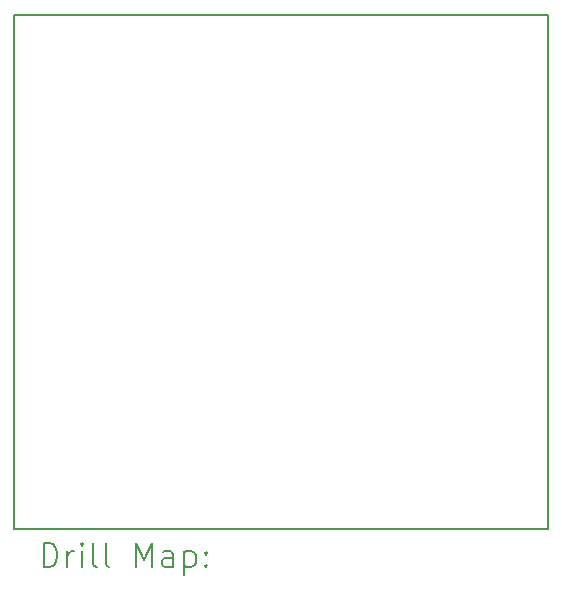
<source format=gbr>
%TF.GenerationSoftware,KiCad,Pcbnew,(6.0.9)*%
%TF.CreationDate,2022-12-23T15:26:46+01:00*%
%TF.ProjectId,mainboard,6d61696e-626f-4617-9264-2e6b69636164,rev?*%
%TF.SameCoordinates,Original*%
%TF.FileFunction,Drillmap*%
%TF.FilePolarity,Positive*%
%FSLAX45Y45*%
G04 Gerber Fmt 4.5, Leading zero omitted, Abs format (unit mm)*
G04 Created by KiCad (PCBNEW (6.0.9)) date 2022-12-23 15:26:46*
%MOMM*%
%LPD*%
G01*
G04 APERTURE LIST*
%ADD10C,0.150000*%
%ADD11C,0.200000*%
G04 APERTURE END LIST*
D10*
X10858500Y-2400300D02*
X15379700Y-2400300D01*
X15379700Y-2400300D02*
X15379700Y-6756400D01*
X15379700Y-6756400D02*
X10858500Y-6756400D01*
X10858500Y-6756400D02*
X10858500Y-2400300D01*
D11*
X11108619Y-7074376D02*
X11108619Y-6874376D01*
X11156238Y-6874376D01*
X11184810Y-6883900D01*
X11203857Y-6902948D01*
X11213381Y-6921995D01*
X11222905Y-6960090D01*
X11222905Y-6988662D01*
X11213381Y-7026757D01*
X11203857Y-7045805D01*
X11184810Y-7064852D01*
X11156238Y-7074376D01*
X11108619Y-7074376D01*
X11308619Y-7074376D02*
X11308619Y-6941043D01*
X11308619Y-6979138D02*
X11318143Y-6960090D01*
X11327667Y-6950567D01*
X11346714Y-6941043D01*
X11365762Y-6941043D01*
X11432428Y-7074376D02*
X11432428Y-6941043D01*
X11432428Y-6874376D02*
X11422905Y-6883900D01*
X11432428Y-6893424D01*
X11441952Y-6883900D01*
X11432428Y-6874376D01*
X11432428Y-6893424D01*
X11556238Y-7074376D02*
X11537190Y-7064852D01*
X11527667Y-7045805D01*
X11527667Y-6874376D01*
X11661000Y-7074376D02*
X11641952Y-7064852D01*
X11632428Y-7045805D01*
X11632428Y-6874376D01*
X11889571Y-7074376D02*
X11889571Y-6874376D01*
X11956238Y-7017233D01*
X12022905Y-6874376D01*
X12022905Y-7074376D01*
X12203857Y-7074376D02*
X12203857Y-6969614D01*
X12194333Y-6950567D01*
X12175286Y-6941043D01*
X12137190Y-6941043D01*
X12118143Y-6950567D01*
X12203857Y-7064852D02*
X12184809Y-7074376D01*
X12137190Y-7074376D01*
X12118143Y-7064852D01*
X12108619Y-7045805D01*
X12108619Y-7026757D01*
X12118143Y-7007709D01*
X12137190Y-6998186D01*
X12184809Y-6998186D01*
X12203857Y-6988662D01*
X12299095Y-6941043D02*
X12299095Y-7141043D01*
X12299095Y-6950567D02*
X12318143Y-6941043D01*
X12356238Y-6941043D01*
X12375286Y-6950567D01*
X12384809Y-6960090D01*
X12394333Y-6979138D01*
X12394333Y-7036281D01*
X12384809Y-7055328D01*
X12375286Y-7064852D01*
X12356238Y-7074376D01*
X12318143Y-7074376D01*
X12299095Y-7064852D01*
X12480048Y-7055328D02*
X12489571Y-7064852D01*
X12480048Y-7074376D01*
X12470524Y-7064852D01*
X12480048Y-7055328D01*
X12480048Y-7074376D01*
X12480048Y-6950567D02*
X12489571Y-6960090D01*
X12480048Y-6969614D01*
X12470524Y-6960090D01*
X12480048Y-6950567D01*
X12480048Y-6969614D01*
M02*

</source>
